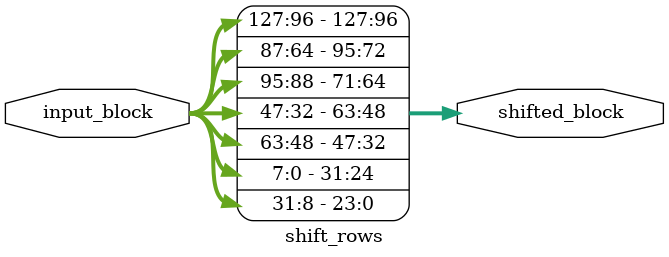
<source format=sv>
module shift_rows
(
  input wire [127:0] input_block,
  output reg [127:0] shifted_block
);

assign shifted_block = {input_block[127:96], input_block[87:64], input_block[95:88], input_block[47:32], input_block[63:48], input_block[7:0], input_block[31:8]};

endmodule


</source>
